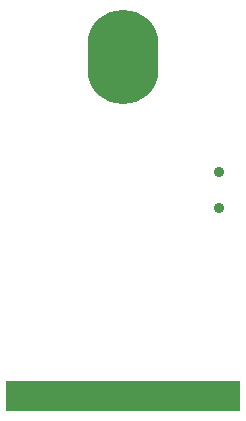
<source format=gbr>
%TF.GenerationSoftware,KiCad,Pcbnew,9.0.3*%
%TF.CreationDate,2025-08-15T19:30:48-04:00*%
%TF.ProjectId,M.2-to-Serial-RPI-3P-Debug-UART,4d2e322d-746f-42d5-9365-7269616c2d52,rev?*%
%TF.SameCoordinates,Original*%
%TF.FileFunction,Soldermask,Bot*%
%TF.FilePolarity,Negative*%
%FSLAX46Y46*%
G04 Gerber Fmt 4.6, Leading zero omitted, Abs format (unit mm)*
G04 Created by KiCad (PCBNEW 9.0.3) date 2025-08-15 19:30:48*
%MOMM*%
%LPD*%
G01*
G04 APERTURE LIST*
%ADD10O,6.000000X8.000000*%
%ADD11C,0.900000*%
G04 APERTURE END LIST*
%TO.C,J1*%
G36*
X122580000Y-140090000D02*
G01*
X142430000Y-140090000D01*
X142430000Y-142640000D01*
X122580000Y-142640000D01*
X122580000Y-140090000D01*
G37*
%TD*%
D10*
%TO.C,H1*%
X132505000Y-112640000D03*
%TD*%
D11*
%TO.C,SW1*%
X140647500Y-125445000D03*
X140647500Y-122445000D03*
%TD*%
M02*

</source>
